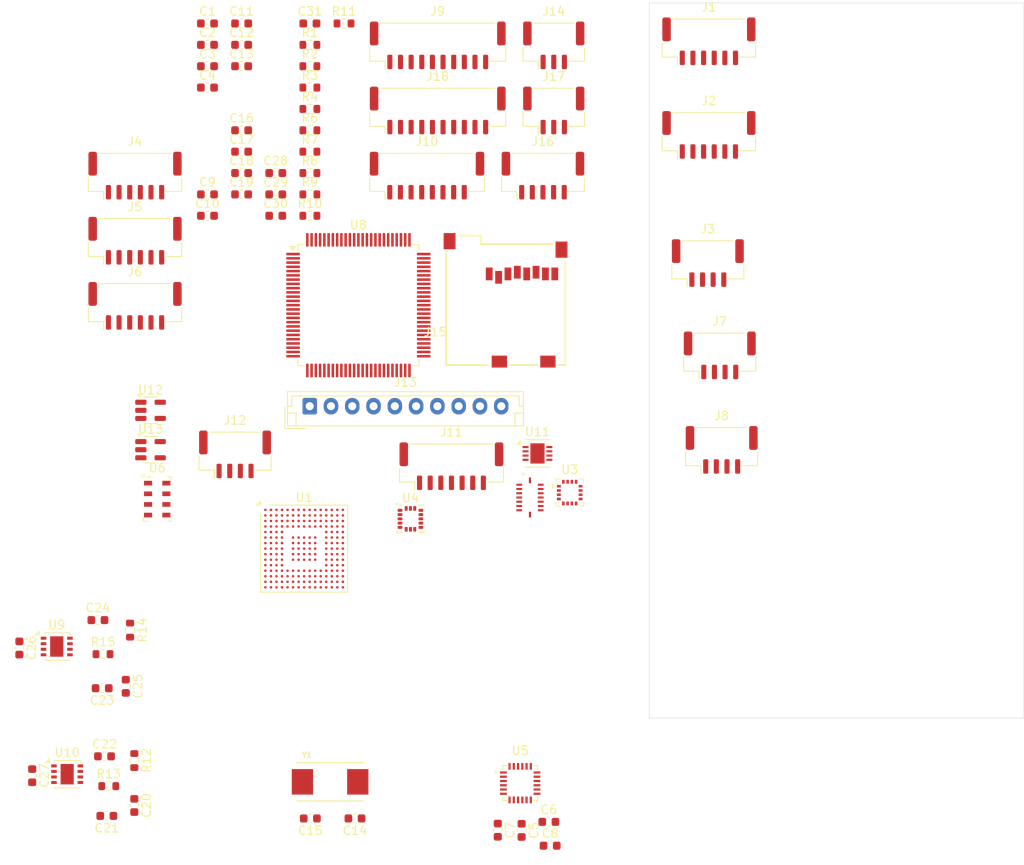
<source format=kicad_pcb>
(kicad_pcb (version 20241229) (generator "pcbnew") (generator_version "9.0")
  (layers (0 "F.Cu" signal) (2 "B.Cu" signal) (13 "F.Paste" user) (15 "B.Paste" user) (5 "F.SilkS" user "F.Silkscreen") (7 "B.SilkS" user "B.Silkscreen") (1 "F.Mask" user) (3 "B.Mask" user) (25 "Edge.Cuts" user))
  (net 0 "")
  (net 1 "GND")
  (net 2 "Net-(U4-REGOUT)")
  (net 3 "VDD_sensors")
  (net 4 "VDDIO_sensors")
  (net 5 "Net-(U5-REGOUT)")
  (net 6 "Net-(U3-C1)")
  (net 7 "VDD_3V3")
  (net 8 "OSC_OUT")
  (net 9 "OSC_IN")
  (net 10 "BMS_22.2V")
  (net 11 "VCC_5V")
  (net 12 "Net-(J8-Pin_2)")
  (net 13 "Net-(U10-CANL)")
  (net 14 "Net-(U10-CANH)")
  (net 15 "Net-(U9-CANL)")
  (net 16 "Net-(U9-CANH)")
  (net 17 "Net-(J7-Pin_2)")
  (net 18 "/VDDIO")
  (net 19 "SPI1_DRDY2_BMI055_GYRO")
  (net 20 "SPI1_CS4_BMI055_ACC")
  (net 21 "SPI1_CS3_BMI055_GYRO")
  (net 22 "SPI1_DRDY5_BMI055_GYRO")
  (net 23 "SPI1_DRDY6_BMI055_ACC")
  (net 24 "SPI1_MISO")
  (net 25 "SPI1_MOSI")
  (net 26 "SPI1_SCK")
  (net 27 "SPI1_DRDY3_BMI055_ACC")
  (net 28 "BAT1_V")
  (net 29 "BAT1_I")
  (net 30 "BAT2_V")
  (net 31 "BAT2_I")
  (net 32 "USB_DM")
  (net 33 "USB_DP")
  (net 34 "VBUS")
  (net 35 "USART2_RTS_TELEM1")
  (net 36 "USART2_RX_TELEM1")
  (net 37 "USART2_TX_TELEM1")
  (net 38 "USART2_CTS_TELEM1")
  (net 39 "USART3_CTS_TELEM2")
  (net 40 "USART3_RX_TELEM2")
  (net 41 "USART3_TX_TELEM2")
  (net 42 "USART3_RTS_TELEM2")
  (net 43 "UART4_RX_I2C2")
  (net 44 "I2C2_SCL_UART4")
  (net 45 "UART4_TX_I2C2")
  (net 46 "I2C2_SDA_UART4")
  (net 47 "VDD_ports")
  (net 48 "USART1_TX_GPS1")
  (net 49 "SAFETY_SWITCH_IN")
  (net 50 "USART1_RX_GPS1")
  (net 51 "nSAFETY_SWITCH_LED_OUT")
  (net 52 "BUZZER_1")
  (net 53 "I2C1_SDA_GPS1")
  (net 54 "I2C1_SCL_GPS1")
  (net 55 "FMU_CAP2")
  (net 56 "FMU_CAP1")
  (net 57 "TIM1_CH1")
  (net 58 "ADC1_SPARE_1 (3.3V)")
  (net 59 "ADC1_SPARE_2 (6.6V)")
  (net 60 "FMU_CAP3")
  (net 61 "SPI5_MISO_EXTERNAL1")
  (net 62 "SPI5_CS1_EXTERNAL1")
  (net 63 "SPI5_MOSI_EXTERNAL1")
  (net 64 "SPI5_CS2_EXTERNAL1")
  (net 65 "SPI5_SCK_EXTERNAL1")
  (net 66 "I2C4_SCL_EXTERNAL2")
  (net 67 "I2C4_SDA_EXTERNAL2")
  (net 68 "FMU_CH1")
  (net 69 "FMU_CH4")
  (net 70 "FMU_CH5")
  (net 72 "FMU_CH7")
  (net 73 "FMU_CH6")
  (net 74 "FMU_CH2")
  (net 75 "FMU_CH3")
  (net 76 "FMU_CH8")
  (net 77 "RC_INPUT (aka PPM_IN)")
  (net 78 "SDMMC1_D2")
  (net 79 "SDMMC1_CLK")
  (net 80 "SDMMC1_D0")
  (net 81 "SDMMC1_CMD")
  (net 82 "SDMMC1_D1")
  (net 83 "SDMMC1_D3")
  (net 84 "Net-(J16-Pin_3)")
  (net 85 "USART6_TX_TELEM3{slash}(RC_INPUT)")
  (net 87 "SBUS_OUT")
  (net 88 "IO_CH1")
  (net 89 "IO_CH2")
  (net 90 "IO_CH3")
  (net 91 "IO_CH7")
  (net 92 "IO_CH8")
  (net 93 "IO_CH5")
  (net 94 "IO_CH4")
  (net 95 "IO_CH6")
  (net 97 "RSSI_IN")
  (net 98 "/VDD")
  (net 99 "/SDA_2")
  (net 100 "/SCL_2")
  (net 101 "Net-(U11-SET)")
  (net 103 "UART8_TX_PX4IO")
  (net 104 "SPI1_DRDY1_ICM20689")
  (net 108 "SPI1_DRDY4_ICM20602")
  (net 114 "CAN1_TX")
  (net 120 "VDD_3V3_SENSORS_EN")
  (net 123 "SPI4_CS1_MS5611")
  (net 124 "CAN2_RX{slash}UART5_RX_ESC")
  (net 125 "SPI1_CS1_ICM20689")
  (net 131 "SPI4_MISO")
  (net 139 "CAN1_SILENT_S0")
  (net 143 "SPI4_MOSI")
  (net 150 "CAN1_RX")
  (net 152 "CAN2_SILENT_S1")
  (net 161 "VDD_5V_RC_EN")
  (net 162 "CAN2_TX{slash}UART5_TX_ESC")
  (net 163 "SPI1_CS2_ICM20602")
  (net 165 "IST_DRDY")
  (net 172 "SPI4_SCK")
  (net 183 "UART8_RX_PX4IO")
  (footprint "Connector_JST:JST_GH_BM04B-GHS-TBT_1x04-1MP_P1.25mm_Vertical" (layer "F.Cu") (at 115.275 71.4)
    (property "Reference" "J7")
    (property "Value" "CAN 1")
  )
  (footprint "Connector_JST:JST_GH_BM07B-GHS-TBT_1x07-1MP_P1.25mm_Vertical" (layer "F.Cu") (at 83.755 84.42)
    (property "Reference" "J11")
    (property "Value" "SPI Port")
  )
  (footprint "Capacitor_SMD:C_0603_1608Metric" (layer "F.Cu") (at 59.105 52.49)
    (property "Reference" "C19")
    (property "Value" "2.2uF")
  )
  (footprint "Capacitor_SMD:C_0603_1608Metric" (layer "F.Cu") (at 42.225 102.5)
    (property "Reference" "C24")
    (property "Value" "100pF")
  )
  (footprint "Capacitor_SMD:C_0603_1608Metric" (layer "F.Cu") (at 34.5 120.775 -90)
    (property "Reference" "C27")
    (property "Value" "100nF")
  )
  (footprint "Capacitor_SMD:C_0603_1608Metric" (layer "F.Cu") (at 55.095 37.43)
    (property "Reference" "C3")
    (property "Value" "10nF")
  )
  (footprint "Connector_JST:JST_GH_BM06B-GHS-TBT_1x06-1MP_P1.25mm_Vertical" (layer "F.Cu") (at 114 34.5)
    (property "Reference" "J1")
    (property "Value" "Power Module 1")
  )
  (footprint "Capacitor_SMD:C_0603_1608Metric" (layer "F.Cu") (at 89.2 127.175 -90)
    (property "Reference" "C7")
    (property "Value" "0.10nF")
  )
  (footprint "Resistor_SMD:R_0603_1608Metric" (layer "F.Cu") (at 67.125 34.92)
    (property "Reference" "R1")
    (property "Value" "10K")
  )
  (footprint "Capacitor_SMD:C_0603_1608Metric" (layer "F.Cu") (at 59.105 34.92)
    (property "Reference" "C12")
    (property "Value" "4.7uf")
  )
  (footprint "Connector_JST:JST_GH_BM04B-GHS-TBT_1x04-1MP_P1.25mm_Vertical" (layer "F.Cu") (at 113.875 60.55)
    (property "Reference" "J3")
    (property "Value" "USB")
  )
  (footprint "Resistor_SMD:R_0603_1608Metric" (layer "F.Cu") (at 67.125 37.43)
    (property "Reference" "R2")
    (property "Value" "1.5k")
  )
  (footprint "Capacitor_SMD:C_0603_1608Metric" (layer "F.Cu") (at 95.2 126.2)
    (property "Reference" "C6")
    (property "Value" "0.1uF")
  )
  (footprint "Connector_JST:JST_GH_BM04B-GHS-TBT_1x04-1MP_P1.25mm_Vertical" (layer "F.Cu") (at 58.335 83.03)
    (property "Reference" "J12")
    (property "Value" "I2C A")
  )
  (footprint "Capacitor_SMD:C_0603_1608Metric" (layer "F.Cu") (at 72.425 125.8 180)
    (property "Reference" "C14")
    (property "Value" "18pF")
  )
  (footprint "Capacitor_SMD:C_0603_1608Metric" (layer "F.Cu") (at 67.175 125.8 180)
    (property "Reference" "C15")
    (property "Value" "18pF")
  )
  (footprint "Connector_JST:JST_GH_BM03B-GHS-TBT_1x03-1MP_P1.25mm_Vertical" (layer "F.Cu") (at 95.775 34.98)
    (property "Reference" "J14")
    (property "Value" "PPM RC")
  )
  (footprint "Capacitor_SMD:C_0603_1608Metric" (layer "F.Cu") (at 92 127.2 -90)
    (property "Reference" "C5")
    (property "Value" "0.47uF")
  )
  (footprint "Capacitor_SMD:C_0603_1608Metric" (layer "F.Cu") (at 59.105 44.96)
    (property "Reference" "C16")
    (property "Value" "100nF")
  )
  (footprint "Package_QFP:LQFP-100_14x14mm_P0.5mm" (layer "F.Cu") (at 72.825 65.5)
    (property "Reference" "U8")
    (property "Value" "STM32F103V8Tx")
  )
  (footprint "2908-05WB-MG:3M_2908-05WB-MG" (layer "F.Cu") (at 90.135 64.93)
    (property "Reference" "J15")
    (property "Value" "2908-05WB-MG")
  )
  (footprint "Capacitor_SMD:C_0603_1608Metric" (layer "F.Cu") (at 67.125 32.41)
    (property "Reference" "C31")
    (property "Value" "1uf")
  )
  (footprint "Capacitor_SMD:C_0603_1608Metric" (layer "F.Cu") (at 55.095 32.41)
    (property "Reference" "C1")
    (property "Value" "0.1uF")
  )
  (footprint "Capacitor_SMD:C_0603_1608Metric" (layer "F.Cu") (at 43 118.5)
    (property "Reference" "C22")
    (property "Value" "100pF")
  )
  (footprint "Resistor_SMD:R_0603_1608Metric" (layer "F.Cu") (at 67.125 47.47)
    (property "Reference" "R7")
    (property "Value" "100k")
  )
  (footprint "Capacitor_SMD:C_0603_1608Metric" (layer "F.Cu") (at 63.115 49.98)
    (property "Reference" "C28")
    (property "Value" "1uf")
  )
  (footprint "Package_LGA:LGA-8_3x5mm_P1.25mm" (layer "F.Cu") (at 49.19 88.285)
    (property "Reference" "U6")
    (property "Value" "MS5611-01BA")
  )
  (footprint "Connector_JST:JST_GH_BM08B-GHS-TBT_1x08-1MP_P1.25mm_Vertical" (layer "F.Cu") (at 80.885 50.28)
    (property "Reference" "J10")
    (property "Value" "CAP & ADC IN")
  )
  (footprint "Connector_JST:JST_GH_BM03B-GHS-TBT_1x03-1MP_P1.25mm_Vertical" (layer "F.Cu") (at 95.775 42.63)
    (property "Reference" "J17")
    (property "Value" "SBUS")
  )
  (footprint "Capacitor_SMD:C_0603_1608Metric" (layer "F.Cu") (at 55.095 52.49)
    (property "Reference" "C9")
    (property "Value" "100nf")
  )
  (footprint "BMI055:QFN50P300X450X100-16N" (layer "F.Cu") (at 92.97934 88.09508)
    (property "Reference" "IC1")
    (property "Value" "BMI055")
  )
  (footprint "Package_DFN_QFN:DFN-8-1EP_3x3mm_P0.5mm_EP1.66x2.38mm" (layer "F.Cu") (at 93.86 82.92)
    (property "Reference" "U11")
    (property "Value" "LT3080xDD")
  )
  (footprint "Capacitor_SMD:C_0603_1608Metric" (layer "F.Cu") (at 45.5 110.275 -90)
    (property "Reference" "C25")
    (property "Value" "4.7nF")
  )
  (footprint "Connector_JST:JST_GH_BM06B-GHS-TBT_1x06-1MP_P1.25mm_Vertical" (layer "F.Cu") (at 46.585 50.28)
    (property "Reference" "J4")
    (property "Value" "Telemetry 1")
  )
  (footprint "Connector_JST:JST_GH_BM10B-GHS-TBT_1x10-1MP_P1.25mm_Vertical" (layer "F.Cu") (at 82.145 42.63)
    (property "Reference" "J18")
    (property "Value" "IO/PWM out")
  )
  (footprint "Resistor_SMD:R_0603_1608Metric" (layer "F.Cu") (at 71.135 32.41)
    (property "Reference" "R11")
    (property "Value" "100k")
  )
  (footprint "Capacitor_SMD:C_0603_1608Metric" (layer "F.Cu") (at 59.105 32.41)
    (property "Reference" "C11")
    (property "Value" "100nf")
  )
  (footprint "Capacitor_SMD:C_0603_1608Metric" (layer "F.Cu") (at 63.115 52.49)
    (property "Reference" "C29")
    (property "Value" "1uf")
  )
  (footprint "Resistor_SMD:R_0603_1608Metric" (layer "F.Cu") (at 43.5 122)
    (property "Reference" "R13")
    (property "Value" "60")
  )
  (footprint "Connector_JST:JST_EH_B10B-EH-A_1x10_P2.50mm_Vertical" (layer "F.Cu") (at 67.105 77.37)
    (property "Reference" "J13")
    (property "Value" "FMU PWM OUT")
  )
  (footprint "Resistor_SMD:R_0603_1608Metric" (layer "F.Cu") (at 67.125 49.98)
    (property "Reference" "R8")
    (property "Value" "100k")
  )
  (footprint "Connector_JST:JST_GH_BM06B-GHS-TBT_1x06-1MP_P1.25mm_Vertical" (layer "F.Cu") (at 46.585 57.93)
    (property "Reference" "J5")
    (property "Value" "Telemetry 2")
  )
  (footprint "Connector_JST:JST_GH_BM04B-GHS-TBT_1x04-1MP_P1.25mm_Vertical" (layer "F.Cu") (at 115.5 82.5)
    (property "Reference" "J8")
    (property "Value" "CAN 2")
  )
  (footprint "Capacitor_SMD:C_0603_1608Metric" (layer "F.Cu") (at 42.725 110.5 180)
    (property "Reference" "C23")
    (property "Value" "100pF")
  )
  (footprint "Capacitor_SMD:C_0603_1608Metric" (layer "F.Cu") (at 33 105.775 -90)
    (property "Reference" "C26")
    (property "Value" "100nF")
  )
  (footprint "ABM2-8.000MHZ-D4Y-T:XTAL_ABM2-8.000MHZ-D4Y-T" (layer "F.Cu") (at 69.5 121.5)
    (property "Reference" "Y1")
    (property "Value" "ABM2-8.000MHZ-D4Y-T")
  )
  (footprint "Capacitor_SMD:C_0603_1608Metric" (layer "F.Cu") (at 59.105 49.98)
    (property "Reference" "C18")
    (property "Value" "1uf")
  )
  (footprint "Capacitor_SMD:C_0603_1608Metric" (layer "F.Cu") (at 95.35 129)
    (property "Reference" "C8")
    (property "Value" "2.2uF")
  )
  (footprint "Package_TO_SOT_SMD:SOT-23-5" (layer "F.Cu") (at 48.405 77.855)
    (property "Reference" "U12")
    (property "Value" "LP5907MFX-3.3")
  )
  (footprint "Resistor_SMD:R_0603_1608Metric" (layer "F.Cu") (at 67.125 39.94)
    (property "Reference" "R3")
    (property "Value" "4.7K")
  )
  (footprint "Resistor_SMD:R_0603_1608Metric" (layer "F.Cu") (at 67.125 52.49)
    (property "Reference" "R9")
    (property "Value" "100k")
  )
  (footprint "Resistor_SMD:R_0603_1608Metric" (layer "F.Cu") (at 46.5 119 -90)
    (property "Reference" "R12")
    (property "Value" "60")
  )
  (footprint "Connector_JST:JST_GH_BM05B-GHS-TBT_1x05-1MP_P1.25mm_Vertical" (layer "F.Cu") (at 94.505 50.28)
    (property "Reference" "J16")
    (property "Value" "RC")
  )
  (footprint "Capacitor_SMD:C_0603_1608Metric" (layer "F.Cu") (at 43.275 125.5 180)
    (property "Reference" "C21")
    (property "Value" "100pF")
  )
  (footprint "Package_LGA:LGA-16_3x3mm_P0.5mm" (layer "F.Cu") (at 97.651 87.52)
    (property "Reference" "U3")
    (property "Value" "IST8310")
  )
  (footprint "Package_DFN_QFN:DFN-8-1EP_3x3mm_P0.65mm_EP1.55x2.4mm" (layer "F.Cu") (at 37.3875 105.6)
    (property "Reference" "U9")
    (property "Value" "TJA1051TK-3")
  )
  (footprint "Resistor_SMD:R_0603_1608Metric" (layer "F.Cu") (at 67.125 55)
    (property "Reference" "R10")
    (property "Value" "100k")
  )
  (footprint "Resistor_SMD:R_0603_1608Metric" (layer "F.Cu") (at 67.125 44.96)
    (property "Reference" "R6")
    (property "Value" "500k")
  )
  (footprint "Connector_JST:JST_GH_BM06B-GHS-TBT_1x06-1MP_P1.25mm_Vertical" (layer "F.Cu") (at 114 45.5)
    (property "Reference" "J2")
    (property "Value" "Power Module 2")
  )
  (footprint "Resistor_SMD:R_0603_1608Metric" (layer "F.Cu") (at 42.825 106.5)
    (property "Reference" "R15")
    (property "Value" "60")
  )
  (footprint "Capacitor_SMD:C_0603_1608Metric" (layer "F.Cu") (at 59.105 37.43)
    (property "Reference" "C13")
    (property "Value" "0.1uF")
  )
  (footprint "Connector_JST:JST_GH_BM06B-GHS-TBT_1x06-1MP_P1.25mm_Vertical" (layer "F.Cu") (at 46.585 65.58)
    (property "Reference" "J6")
    (property "Value" "UART & I2C B")
  )
  (footprint "Package_TO_SOT_SMD:SOT-23-5" (layer "F.Cu") (at 48.405 82.48)
    (property "Reference" "U13")
    (property "Value" "LP5907MFX-3.3")
  )
  (footprint "Capacitor_SMD:C_0603_1608Metric" (layer "F.Cu") (at 46.5 124.275 -90)
    (property "Reference" "C20")
    (property "Value" "4.7nF")
  )
  (footprint "Resistor_SMD:R_0603_1608Metric" (layer "F.Cu") (at 67.125 42.45)
    (property "Reference" "R4")
    (property "Value" "4.7K")
  )
  (footprint "Package_DFN_QFN:DFN-8-1EP_3x3mm_P0.65mm_EP1.55x2.4mm" (layer "F.Cu") (at 38.6125 120.6)
    (property "Reference" "U10")
    (property "Value" "TJA1051TK-3")
  )
  (footprint "Package_BGA:UFBGA-201_10x10mm_Layout15x15_P0.65mm" (layer "F.Cu") (at 66.45 94.1)
    (property "Reference" "U1")
    (property "Value" "STM32F765IIKx")
  )
  (footprint "Package_LGA:LGA-16_3x3mm_P0.5mm_LayoutBorder3x5y" (layer "F.Cu") (at 78.94 90.605)
    (property "Reference" "U4")
    (property "Value" "ICM-20602")
  )
  (footprint "Capacitor_SMD:C_0603_1608Metric" (layer "F.Cu") (at 55.095 34.92)
    (property "Reference" "C2")
    (property "Value" "0.1uF")
  )
  (footprint "Capacitor_SMD:C_0603_1608Metric" (layer "F.Cu") (at 63.115 55)
    (property "Reference" "C30")
    (property "Value" "1uf")
  )
  (footprint "Capacitor_SMD:C_0603_1608Metric" (layer "F.Cu") (at 55.095 39.94)
    (property "Reference" "C4")
    (property "Value" "2.2uF")
  )
  (footprint "ICM-20689:QFN50P400X400X95-24N" (layer "F.Cu") (at 91.83 121.65)
    (property "Reference" "U5")
    (property "Value" "ICM-20689")
  )
  (footprint "Capacitor_SMD:C_0603_1608Metric" (layer "F.Cu") (at 55.095 55)
    (property "Reference" "C10")
    (property "Value" "100nF")
  )
  (footprint "Capacitor_SMD:C_0603_1608Metric" (layer "F.Cu") (at 59.105 47.47)
    (property "Reference" "C17")
    (property "Value" "100nF")
  )
  (footprint "Connector_JST:JST_GH_BM10B-GHS-TBT_1x10-1MP_P1.25mm_Vertical" (layer "F.Cu") (at 82.145 34.98)
    (property "Reference" "J9")
    (property "Value" "GPS Module")
  )
  (footprint "Resistor_SMD:R_0603_1608Metric" (layer "F.Cu") (at 46 103.675 -90)
    (property "Reference" "R14")
    (property "Value" "60")
  )
  (gr_rect (start 107 30) (end 151 114) (stroke (width 0.05)) (fill no) (layer "Edge.Cuts"))
)
</source>
